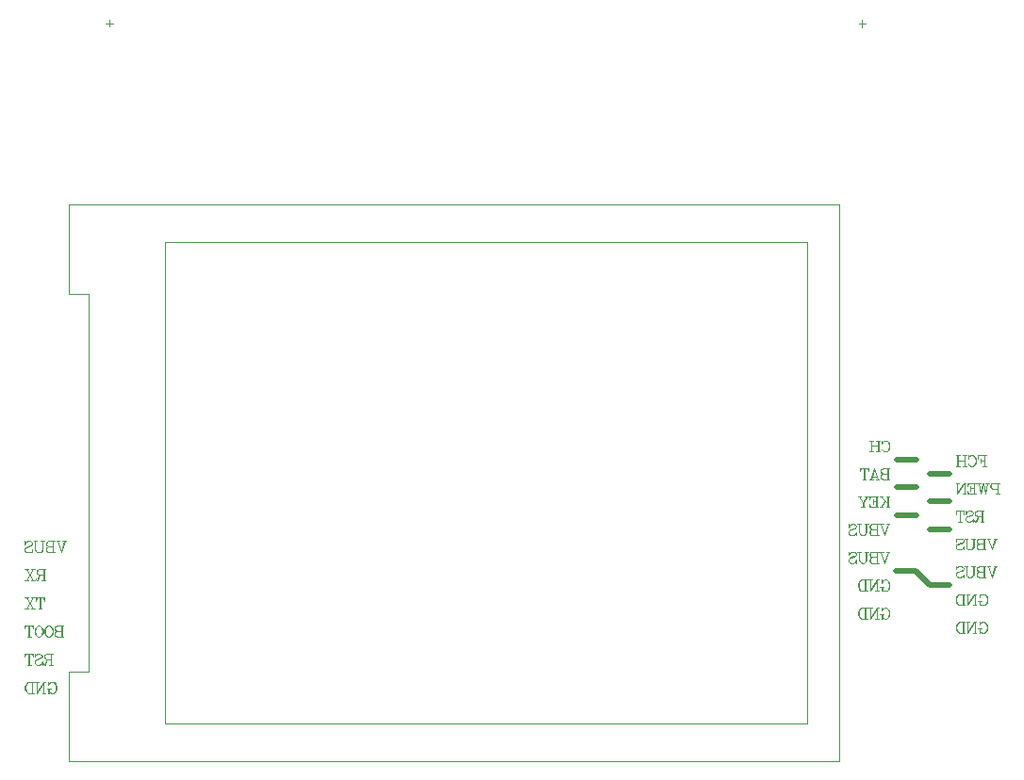
<source format=gbo>
G04*
G04 #@! TF.GenerationSoftware,Altium Limited,Altium Designer,24.5.2 (23)*
G04*
G04 Layer_Color=32896*
%FSLAX44Y44*%
%MOMM*%
G71*
G04*
G04 #@! TF.SameCoordinates,EBE0DA84-5026-4A79-9117-03B61D32DCC8*
G04*
G04*
G04 #@! TF.FilePolarity,Positive*
G04*
G01*
G75*
%ADD23C,0.5000*%
%ADD78C,0.1000*%
D23*
X965382Y368157D02*
X983555D01*
X965382Y318157D02*
X983555D01*
X952682Y330857D02*
X965382Y318157D01*
X935295Y330857D02*
X952682D01*
X965382Y393157D02*
X983555D01*
X965382Y418157D02*
X983555D01*
X935695Y430657D02*
X953868D01*
X935695Y405657D02*
X953868D01*
X935695Y380657D02*
X953868D01*
D78*
X210465Y267411D02*
Y302417D01*
X210441Y267411D02*
X210465D01*
X192442Y579908D02*
X210465D01*
Y540916D02*
Y579908D01*
X192442Y159908D02*
Y239908D01*
Y579908D02*
Y659908D01*
X279442Y625908D02*
X855442D01*
X192442Y659908D02*
X884442D01*
X855442Y193908D02*
Y625908D01*
X884442Y159908D02*
Y659908D01*
X279442Y193908D02*
X855442D01*
X192442Y159908D02*
X884442D01*
X210465Y302417D02*
Y540916D01*
X279442Y193908D02*
Y625908D01*
X210441Y239908D02*
Y267411D01*
X192442Y239908D02*
X210441D01*
X923050Y446487D02*
X922574Y445058D01*
Y447915D01*
X923050Y446487D01*
X924002Y447439D01*
X925430Y447915D01*
X926383D01*
X927811Y447439D01*
X928763Y446487D01*
X929239Y445534D01*
X929715Y444106D01*
Y441726D01*
X929239Y440297D01*
X928763Y439345D01*
X927811Y438393D01*
X926383Y437917D01*
X925430D01*
X924002Y438393D01*
X923050Y439345D01*
X922574Y440297D01*
X926383Y447915D02*
X927335Y447439D01*
X928287Y446487D01*
X928763Y445534D01*
X929239Y444106D01*
Y441726D01*
X928763Y440297D01*
X928287Y439345D01*
X927335Y438393D01*
X926383Y437917D01*
X919717Y447915D02*
Y437917D01*
X919241Y447915D02*
Y437917D01*
X913528Y447915D02*
Y437917D01*
X913052Y447915D02*
Y437917D01*
X921145Y447915D02*
X917813D01*
X914956D02*
X911624D01*
X919241Y443154D02*
X913528D01*
X921145Y437917D02*
X917813D01*
X914956D02*
X911624D01*
X1014894Y434665D02*
Y424667D01*
X1014418Y434665D02*
Y424667D01*
X1011562Y431808D02*
Y427999D01*
X1016322Y434665D02*
X1008705D01*
Y431808D01*
X1009181Y434665D01*
X1014418Y429904D02*
X1011562D01*
X1016322Y424667D02*
X1012990D01*
X1000659Y433237D02*
X1000183Y431808D01*
Y434665D01*
X1000659Y433237D01*
X1001611Y434189D01*
X1003040Y434665D01*
X1003992D01*
X1005420Y434189D01*
X1006372Y433237D01*
X1006848Y432284D01*
X1007324Y430856D01*
Y428476D01*
X1006848Y427047D01*
X1006372Y426095D01*
X1005420Y425143D01*
X1003992Y424667D01*
X1003040D01*
X1001611Y425143D01*
X1000659Y426095D01*
X1000183Y427047D01*
X1003992Y434665D02*
X1004944Y434189D01*
X1005896Y433237D01*
X1006372Y432284D01*
X1006848Y430856D01*
Y428476D01*
X1006372Y427047D01*
X1005896Y426095D01*
X1004944Y425143D01*
X1003992Y424667D01*
X997327Y434665D02*
Y424667D01*
X996850Y434665D02*
Y424667D01*
X991137Y434665D02*
Y424667D01*
X990661Y434665D02*
Y424667D01*
X998755Y434665D02*
X995422D01*
X992566D02*
X989233D01*
X996850Y429904D02*
X991137D01*
X998755Y424667D02*
X995422D01*
X992566D02*
X989233D01*
X928287Y422873D02*
Y412875D01*
X927811Y422873D02*
Y412875D01*
X929715Y422873D02*
X924002D01*
X922574Y422397D01*
X922098Y421921D01*
X921622Y420969D01*
Y420017D01*
X922098Y419064D01*
X922574Y418588D01*
X924002Y418112D01*
Y422873D02*
X923050Y422397D01*
X922574Y421921D01*
X922098Y420969D01*
Y420017D01*
X922574Y419064D01*
X923050Y418588D01*
X924002Y418112D01*
X927811D02*
X924002D01*
X922574Y417636D01*
X922098Y417160D01*
X921622Y416208D01*
Y414780D01*
X922098Y413827D01*
X922574Y413351D01*
X924002Y412875D01*
X929715D01*
X924002Y418112D02*
X923050Y417636D01*
X922574Y417160D01*
X922098Y416208D01*
Y414780D01*
X922574Y413827D01*
X923050Y413351D01*
X924002Y412875D01*
X916004Y422873D02*
X919336Y412875D01*
X916004Y422873D02*
X912671Y412875D01*
X916004Y421445D02*
X913147Y412875D01*
X918384Y415732D02*
X914099D01*
X920289Y412875D02*
X917432D01*
X914576D02*
X911719D01*
X907101Y422873D02*
Y412875D01*
X906625Y422873D02*
Y412875D01*
X909957Y422873D02*
X910434Y420017D01*
Y422873D01*
X903292D01*
Y420017D01*
X903768Y422873D01*
X908529Y412875D02*
X905197D01*
X1026844Y409706D02*
Y399709D01*
X1026368Y409706D02*
Y399709D01*
X1028272Y409706D02*
X1022559D01*
X1021131Y409230D01*
X1020655Y408754D01*
X1020179Y407802D01*
Y406374D01*
X1020655Y405422D01*
X1021131Y404945D01*
X1022559Y404469D01*
X1026368D01*
X1022559Y409706D02*
X1021607Y409230D01*
X1021131Y408754D01*
X1020655Y407802D01*
Y406374D01*
X1021131Y405422D01*
X1021607Y404945D01*
X1022559Y404469D01*
X1028272Y399709D02*
X1024940D01*
X1017418Y409706D02*
X1015513Y399709D01*
X1016941Y409706D02*
X1015513Y402089D01*
X1013609Y409706D02*
X1015513Y399709D01*
X1013609Y409706D02*
X1011704Y399709D01*
X1013133Y409706D02*
X1011704Y402089D01*
X1009800Y409706D02*
X1011704Y399709D01*
X1018846Y409706D02*
X1015513D01*
X1011228D02*
X1008372D01*
X1005848D02*
Y399709D01*
X1005372Y409706D02*
Y399709D01*
X1002516Y406850D02*
Y403041D01*
X1007277Y409706D02*
X999659D01*
Y406850D01*
X1000135Y409706D01*
X1005372Y404945D02*
X1002516D01*
X1007277Y399709D02*
X999659D01*
Y402565D01*
X1000135Y399709D01*
X996850Y409706D02*
Y399709D01*
X996374Y409706D02*
X990661Y400661D01*
X996374Y408754D02*
X990661Y399709D01*
Y409706D02*
Y399709D01*
X998279Y409706D02*
X996374D01*
X992090D02*
X989233D01*
X998279Y399709D02*
X995422D01*
X928287Y397831D02*
Y387834D01*
X927811Y397831D02*
Y387834D01*
X921622Y397831D02*
X927811Y391642D01*
X925430Y393547D02*
X921622Y387834D01*
X925906Y393547D02*
X922098Y387834D01*
X929715Y397831D02*
X926383D01*
X923526D02*
X920669D01*
X929715Y387834D02*
X926383D01*
X923526D02*
X920669D01*
X918003Y397831D02*
Y387834D01*
X917527Y397831D02*
Y387834D01*
X914671Y394975D02*
Y391166D01*
X919432Y397831D02*
X911814D01*
Y394975D01*
X912290Y397831D01*
X917527Y393071D02*
X914671D01*
X919432Y387834D02*
X911814D01*
Y390690D01*
X912290Y387834D01*
X909481Y397831D02*
X906149Y392594D01*
Y387834D01*
X909005Y397831D02*
X905673Y392594D01*
Y387834D01*
X902340Y397831D02*
X905673Y392594D01*
X910434Y397831D02*
X907577D01*
X904244D02*
X901388D01*
X907577Y387834D02*
X904244D01*
X1012942Y384748D02*
Y374750D01*
X1012466Y384748D02*
Y374750D01*
X1014370Y384748D02*
X1008657D01*
X1007229Y384272D01*
X1006753Y383796D01*
X1006277Y382844D01*
Y381892D01*
X1006753Y380939D01*
X1007229Y380463D01*
X1008657Y379987D01*
X1012466D01*
X1008657Y384748D02*
X1007705Y384272D01*
X1007229Y383796D01*
X1006753Y382844D01*
Y381892D01*
X1007229Y380939D01*
X1007705Y380463D01*
X1008657Y379987D01*
X1014370Y374750D02*
X1011038D01*
X1010086Y379987D02*
X1009134Y379511D01*
X1008657Y379035D01*
X1007229Y375702D01*
X1006753Y375226D01*
X1006277D01*
X1005801Y375702D01*
X1009134Y379511D02*
X1008657Y378559D01*
X1007705Y375226D01*
X1007229Y374750D01*
X1006277D01*
X1005801Y375702D01*
Y376179D01*
X998326Y383320D02*
X997850Y384748D01*
Y381892D01*
X998326Y383320D01*
X999278Y384272D01*
X1000707Y384748D01*
X1002135D01*
X1003563Y384272D01*
X1004516Y383320D01*
Y382368D01*
X1004039Y381415D01*
X1003563Y380939D01*
X1002611Y380463D01*
X999755Y379511D01*
X998802Y379035D01*
X997850Y378083D01*
X1004516Y382368D02*
X1003563Y381415D01*
X1002611Y380939D01*
X999755Y379987D01*
X998802Y379511D01*
X998326Y379035D01*
X997850Y378083D01*
Y376179D01*
X998802Y375226D01*
X1000231Y374750D01*
X1001659D01*
X1003087Y375226D01*
X1004039Y376179D01*
X1004516Y377607D01*
Y374750D01*
X1004039Y376179D01*
X993042Y384748D02*
Y374750D01*
X992566Y384748D02*
Y374750D01*
X995898Y384748D02*
X996374Y381892D01*
Y384748D01*
X989233D01*
Y381892D01*
X989709Y384748D01*
X994470Y374750D02*
X991137D01*
X928763Y372790D02*
X925430Y362792D01*
X928287Y372790D02*
X925430Y364220D01*
X922098Y372790D02*
X925430Y362792D01*
X929715Y372790D02*
X926859D01*
X924002D02*
X921145D01*
X918432D02*
Y362792D01*
X917956Y372790D02*
Y362792D01*
X919860Y372790D02*
X914147D01*
X912719Y372314D01*
X912243Y371838D01*
X911767Y370885D01*
Y369933D01*
X912243Y368981D01*
X912719Y368505D01*
X914147Y368029D01*
Y372790D02*
X913195Y372314D01*
X912719Y371838D01*
X912243Y370885D01*
Y369933D01*
X912719Y368981D01*
X913195Y368505D01*
X914147Y368029D01*
X917956D02*
X914147D01*
X912719Y367553D01*
X912243Y367077D01*
X911767Y366125D01*
Y364696D01*
X912243Y363744D01*
X912719Y363268D01*
X914147Y362792D01*
X919860D01*
X914147Y368029D02*
X913195Y367553D01*
X912719Y367077D01*
X912243Y366125D01*
Y364696D01*
X912719Y363744D01*
X913195Y363268D01*
X914147Y362792D01*
X909005Y372790D02*
Y365648D01*
X908529Y364220D01*
X907577Y363268D01*
X906149Y362792D01*
X905197D01*
X903768Y363268D01*
X902816Y364220D01*
X902340Y365648D01*
Y372790D01*
X908529D02*
Y365648D01*
X908053Y364220D01*
X907101Y363268D01*
X906149Y362792D01*
X910434Y372790D02*
X907101D01*
X903768D02*
X900912D01*
X893532Y371362D02*
X893056Y372790D01*
Y369933D01*
X893532Y371362D01*
X894484Y372314D01*
X895913Y372790D01*
X897341D01*
X898769Y372314D01*
X899722Y371362D01*
Y370409D01*
X899245Y369457D01*
X898769Y368981D01*
X897817Y368505D01*
X894961Y367553D01*
X894008Y367077D01*
X893056Y366125D01*
X899722Y370409D02*
X898769Y369457D01*
X897817Y368981D01*
X894961Y368029D01*
X894008Y367553D01*
X893532Y367077D01*
X893056Y366125D01*
Y364220D01*
X894008Y363268D01*
X895437Y362792D01*
X896865D01*
X898293Y363268D01*
X899245Y364220D01*
X899722Y365648D01*
Y362792D01*
X899245Y364220D01*
X928763Y347748D02*
X925430Y337750D01*
X928287Y347748D02*
X925430Y339179D01*
X922098Y347748D02*
X925430Y337750D01*
X929715Y347748D02*
X926859D01*
X924002D02*
X921145D01*
X918432D02*
Y337750D01*
X917956Y347748D02*
Y337750D01*
X919860Y347748D02*
X914147D01*
X912719Y347272D01*
X912243Y346796D01*
X911767Y345844D01*
Y344892D01*
X912243Y343939D01*
X912719Y343463D01*
X914147Y342987D01*
Y347748D02*
X913195Y347272D01*
X912719Y346796D01*
X912243Y345844D01*
Y344892D01*
X912719Y343939D01*
X913195Y343463D01*
X914147Y342987D01*
X917956D02*
X914147D01*
X912719Y342511D01*
X912243Y342035D01*
X911767Y341083D01*
Y339655D01*
X912243Y338702D01*
X912719Y338226D01*
X914147Y337750D01*
X919860D01*
X914147Y342987D02*
X913195Y342511D01*
X912719Y342035D01*
X912243Y341083D01*
Y339655D01*
X912719Y338702D01*
X913195Y338226D01*
X914147Y337750D01*
X909005Y347748D02*
Y340607D01*
X908529Y339179D01*
X907577Y338226D01*
X906149Y337750D01*
X905197D01*
X903768Y338226D01*
X902816Y339179D01*
X902340Y340607D01*
Y347748D01*
X908529D02*
Y340607D01*
X908053Y339179D01*
X907101Y338226D01*
X906149Y337750D01*
X910434Y347748D02*
X907101D01*
X903768D02*
X900912D01*
X893532Y346320D02*
X893056Y347748D01*
Y344892D01*
X893532Y346320D01*
X894484Y347272D01*
X895913Y347748D01*
X897341D01*
X898769Y347272D01*
X899722Y346320D01*
Y345368D01*
X899245Y344416D01*
X898769Y343939D01*
X897817Y343463D01*
X894961Y342511D01*
X894008Y342035D01*
X893056Y341083D01*
X899722Y345368D02*
X898769Y344416D01*
X897817Y343939D01*
X894961Y342987D01*
X894008Y342511D01*
X893532Y342035D01*
X893056Y341083D01*
Y339179D01*
X894008Y338226D01*
X895437Y337750D01*
X896865D01*
X898293Y338226D01*
X899245Y339179D01*
X899722Y340607D01*
Y337750D01*
X899245Y339179D01*
X1024940Y359790D02*
X1021607Y349792D01*
X1024464Y359790D02*
X1021607Y351220D01*
X1018274Y359790D02*
X1021607Y349792D01*
X1025892Y359790D02*
X1023035D01*
X1020179D02*
X1017322D01*
X1014609D02*
Y349792D01*
X1014132Y359790D02*
Y349792D01*
X1016037Y359790D02*
X1010324D01*
X1008895Y359314D01*
X1008419Y358838D01*
X1007943Y357885D01*
Y356933D01*
X1008419Y355981D01*
X1008895Y355505D01*
X1010324Y355029D01*
Y359790D02*
X1009372Y359314D01*
X1008895Y358838D01*
X1008419Y357885D01*
Y356933D01*
X1008895Y355981D01*
X1009372Y355505D01*
X1010324Y355029D01*
X1014132D02*
X1010324D01*
X1008895Y354553D01*
X1008419Y354077D01*
X1007943Y353125D01*
Y351696D01*
X1008419Y350744D01*
X1008895Y350268D01*
X1010324Y349792D01*
X1016037D01*
X1010324Y355029D02*
X1009372Y354553D01*
X1008895Y354077D01*
X1008419Y353125D01*
Y351696D01*
X1008895Y350744D01*
X1009372Y350268D01*
X1010324Y349792D01*
X1005182Y359790D02*
Y352649D01*
X1004706Y351220D01*
X1003754Y350268D01*
X1002326Y349792D01*
X1001373D01*
X999945Y350268D01*
X998993Y351220D01*
X998517Y352649D01*
Y359790D01*
X1004706D02*
Y352649D01*
X1004230Y351220D01*
X1003278Y350268D01*
X1002326Y349792D01*
X1006610Y359790D02*
X1003278D01*
X999945D02*
X997088D01*
X989709Y358362D02*
X989233Y359790D01*
Y356933D01*
X989709Y358362D01*
X990661Y359314D01*
X992090Y359790D01*
X993518D01*
X994946Y359314D01*
X995898Y358362D01*
Y357409D01*
X995422Y356457D01*
X994946Y355981D01*
X993994Y355505D01*
X991137Y354553D01*
X990185Y354077D01*
X989233Y353125D01*
X995898Y357409D02*
X994946Y356457D01*
X993994Y355981D01*
X991137Y355029D01*
X990185Y354553D01*
X989709Y354077D01*
X989233Y353125D01*
Y351220D01*
X990185Y350268D01*
X991613Y349792D01*
X993042D01*
X994470Y350268D01*
X995422Y351220D01*
X995898Y352649D01*
Y349792D01*
X995422Y351220D01*
X1024940Y334832D02*
X1021607Y324834D01*
X1024464Y334832D02*
X1021607Y326262D01*
X1018274Y334832D02*
X1021607Y324834D01*
X1025892Y334832D02*
X1023035D01*
X1020179D02*
X1017322D01*
X1014609D02*
Y324834D01*
X1014132Y334832D02*
Y324834D01*
X1016037Y334832D02*
X1010324D01*
X1008895Y334355D01*
X1008419Y333879D01*
X1007943Y332927D01*
Y331975D01*
X1008419Y331023D01*
X1008895Y330547D01*
X1010324Y330071D01*
Y334832D02*
X1009372Y334355D01*
X1008895Y333879D01*
X1008419Y332927D01*
Y331975D01*
X1008895Y331023D01*
X1009372Y330547D01*
X1010324Y330071D01*
X1014132D02*
X1010324D01*
X1008895Y329594D01*
X1008419Y329118D01*
X1007943Y328166D01*
Y326738D01*
X1008419Y325786D01*
X1008895Y325310D01*
X1010324Y324834D01*
X1016037D01*
X1010324Y330071D02*
X1009372Y329594D01*
X1008895Y329118D01*
X1008419Y328166D01*
Y326738D01*
X1008895Y325786D01*
X1009372Y325310D01*
X1010324Y324834D01*
X1005182Y334832D02*
Y327690D01*
X1004706Y326262D01*
X1003754Y325310D01*
X1002326Y324834D01*
X1001373D01*
X999945Y325310D01*
X998993Y326262D01*
X998517Y327690D01*
Y334832D01*
X1004706D02*
Y327690D01*
X1004230Y326262D01*
X1003278Y325310D01*
X1002326Y324834D01*
X1006610Y334832D02*
X1003278D01*
X999945D02*
X997088D01*
X989709Y333403D02*
X989233Y334832D01*
Y331975D01*
X989709Y333403D01*
X990661Y334355D01*
X992090Y334832D01*
X993518D01*
X994946Y334355D01*
X995898Y333403D01*
Y332451D01*
X995422Y331499D01*
X994946Y331023D01*
X993994Y330547D01*
X991137Y329594D01*
X990185Y329118D01*
X989233Y328166D01*
X995898Y332451D02*
X994946Y331499D01*
X993994Y331023D01*
X991137Y330071D01*
X990185Y329594D01*
X989709Y329118D01*
X989233Y328166D01*
Y326262D01*
X990185Y325310D01*
X991613Y324834D01*
X993042D01*
X994470Y325310D01*
X995422Y326262D01*
X995898Y327690D01*
Y324834D01*
X995422Y326262D01*
X923050Y321278D02*
X922574Y319850D01*
Y322706D01*
X923050Y321278D01*
X924002Y322230D01*
X925430Y322706D01*
X926383D01*
X927811Y322230D01*
X928763Y321278D01*
X929239Y320326D01*
X929715Y318898D01*
Y316517D01*
X929239Y315089D01*
X928763Y314137D01*
X927811Y313185D01*
X926383Y312709D01*
X925430D01*
X924002Y313185D01*
X923050Y314137D01*
X926383Y322706D02*
X927335Y322230D01*
X928287Y321278D01*
X928763Y320326D01*
X929239Y318898D01*
Y316517D01*
X928763Y315089D01*
X928287Y314137D01*
X927335Y313185D01*
X926383Y312709D01*
X923050Y316517D02*
Y312709D01*
X922574Y316517D02*
Y312709D01*
X924478Y316517D02*
X921145D01*
X918432Y322706D02*
Y312709D01*
X917956Y322706D02*
X912243Y313661D01*
X917956Y321754D02*
X912243Y312709D01*
Y322706D02*
Y312709D01*
X919860Y322706D02*
X917956D01*
X913671D02*
X910814D01*
X919860Y312709D02*
X917003D01*
X908148Y322706D02*
Y312709D01*
X907672Y322706D02*
Y312709D01*
X909576Y322706D02*
X904816D01*
X903387Y322230D01*
X902435Y321278D01*
X901959Y320326D01*
X901483Y318898D01*
Y316517D01*
X901959Y315089D01*
X902435Y314137D01*
X903387Y313185D01*
X904816Y312709D01*
X909576D01*
X904816Y322706D02*
X903864Y322230D01*
X902911Y321278D01*
X902435Y320326D01*
X901959Y318898D01*
Y316517D01*
X902435Y315089D01*
X902911Y314137D01*
X903864Y313185D01*
X904816Y312709D01*
X923050Y296237D02*
X922574Y294808D01*
Y297665D01*
X923050Y296237D01*
X924002Y297189D01*
X925430Y297665D01*
X926383D01*
X927811Y297189D01*
X928763Y296237D01*
X929239Y295284D01*
X929715Y293856D01*
Y291476D01*
X929239Y290047D01*
X928763Y289095D01*
X927811Y288143D01*
X926383Y287667D01*
X925430D01*
X924002Y288143D01*
X923050Y289095D01*
X926383Y297665D02*
X927335Y297189D01*
X928287Y296237D01*
X928763Y295284D01*
X929239Y293856D01*
Y291476D01*
X928763Y290047D01*
X928287Y289095D01*
X927335Y288143D01*
X926383Y287667D01*
X923050Y291476D02*
Y287667D01*
X922574Y291476D02*
Y287667D01*
X924478Y291476D02*
X921145D01*
X918432Y297665D02*
Y287667D01*
X917956Y297665D02*
X912243Y288619D01*
X917956Y296713D02*
X912243Y287667D01*
Y297665D02*
Y287667D01*
X919860Y297665D02*
X917956D01*
X913671D02*
X910814D01*
X919860Y287667D02*
X917003D01*
X908148Y297665D02*
Y287667D01*
X907672Y297665D02*
Y287667D01*
X909576Y297665D02*
X904816D01*
X903387Y297189D01*
X902435Y296237D01*
X901959Y295284D01*
X901483Y293856D01*
Y291476D01*
X901959Y290047D01*
X902435Y289095D01*
X903387Y288143D01*
X904816Y287667D01*
X909576D01*
X904816Y297665D02*
X903864Y297189D01*
X902911Y296237D01*
X902435Y295284D01*
X901959Y293856D01*
Y291476D01*
X902435Y290047D01*
X902911Y289095D01*
X903864Y288143D01*
X904816Y287667D01*
X1010800Y308445D02*
X1010324Y307017D01*
Y309873D01*
X1010800Y308445D01*
X1011752Y309397D01*
X1013180Y309873D01*
X1014133D01*
X1015561Y309397D01*
X1016513Y308445D01*
X1016989Y307493D01*
X1017465Y306064D01*
Y303684D01*
X1016989Y302256D01*
X1016513Y301304D01*
X1015561Y300351D01*
X1014133Y299875D01*
X1013180D01*
X1011752Y300351D01*
X1010800Y301304D01*
X1014133Y309873D02*
X1015085Y309397D01*
X1016037Y308445D01*
X1016513Y307493D01*
X1016989Y306064D01*
Y303684D01*
X1016513Y302256D01*
X1016037Y301304D01*
X1015085Y300351D01*
X1014133Y299875D01*
X1010800Y303684D02*
Y299875D01*
X1010324Y303684D02*
Y299875D01*
X1012228Y303684D02*
X1008895D01*
X1006182Y309873D02*
Y299875D01*
X1005706Y309873D02*
X999993Y300828D01*
X1005706Y308921D02*
X999993Y299875D01*
Y309873D02*
Y299875D01*
X1007610Y309873D02*
X1005706D01*
X1001421D02*
X998564D01*
X1007610Y299875D02*
X1004753D01*
X995898Y309873D02*
Y299875D01*
X995422Y309873D02*
Y299875D01*
X997327Y309873D02*
X992566D01*
X991137Y309397D01*
X990185Y308445D01*
X989709Y307493D01*
X989233Y306064D01*
Y303684D01*
X989709Y302256D01*
X990185Y301304D01*
X991137Y300351D01*
X992566Y299875D01*
X997327D01*
X992566Y309873D02*
X991613Y309397D01*
X990661Y308445D01*
X990185Y307493D01*
X989709Y306064D01*
Y303684D01*
X990185Y302256D01*
X990661Y301304D01*
X991613Y300351D01*
X992566Y299875D01*
X1010800Y283487D02*
X1010324Y282058D01*
Y284915D01*
X1010800Y283487D01*
X1011752Y284439D01*
X1013180Y284915D01*
X1014133D01*
X1015561Y284439D01*
X1016513Y283487D01*
X1016989Y282534D01*
X1017465Y281106D01*
Y278726D01*
X1016989Y277297D01*
X1016513Y276345D01*
X1015561Y275393D01*
X1014133Y274917D01*
X1013180D01*
X1011752Y275393D01*
X1010800Y276345D01*
X1014133Y284915D02*
X1015085Y284439D01*
X1016037Y283487D01*
X1016513Y282534D01*
X1016989Y281106D01*
Y278726D01*
X1016513Y277297D01*
X1016037Y276345D01*
X1015085Y275393D01*
X1014133Y274917D01*
X1010800Y278726D02*
Y274917D01*
X1010324Y278726D02*
Y274917D01*
X1012228Y278726D02*
X1008895D01*
X1006182Y284915D02*
Y274917D01*
X1005706Y284915D02*
X999993Y275869D01*
X1005706Y283963D02*
X999993Y274917D01*
Y284915D02*
Y274917D01*
X1007610Y284915D02*
X1005706D01*
X1001421D02*
X998564D01*
X1007610Y274917D02*
X1004753D01*
X995898Y284915D02*
Y274917D01*
X995422Y284915D02*
Y274917D01*
X997327Y284915D02*
X992566D01*
X991137Y284439D01*
X990185Y283487D01*
X989709Y282534D01*
X989233Y281106D01*
Y278726D01*
X989709Y277297D01*
X990185Y276345D01*
X991137Y275393D01*
X992566Y274917D01*
X997327D01*
X992566Y284915D02*
X991613Y284439D01*
X990661Y283487D01*
X990185Y282534D01*
X989709Y281106D01*
Y278726D01*
X990185Y277297D01*
X990661Y276345D01*
X991613Y275393D01*
X992566Y274917D01*
X189013Y357415D02*
X185680Y347417D01*
X188537Y357415D02*
X185680Y348845D01*
X182348Y357415D02*
X185680Y347417D01*
X189965Y357415D02*
X187109D01*
X184252D02*
X181395D01*
X178682D02*
Y347417D01*
X178206Y357415D02*
Y347417D01*
X180110Y357415D02*
X174397D01*
X172969Y356939D01*
X172493Y356463D01*
X172017Y355510D01*
Y354558D01*
X172493Y353606D01*
X172969Y353130D01*
X174397Y352654D01*
Y357415D02*
X173445Y356939D01*
X172969Y356463D01*
X172493Y355510D01*
Y354558D01*
X172969Y353606D01*
X173445Y353130D01*
X174397Y352654D01*
X178206D02*
X174397D01*
X172969Y352178D01*
X172493Y351702D01*
X172017Y350750D01*
Y349321D01*
X172493Y348369D01*
X172969Y347893D01*
X174397Y347417D01*
X180110D01*
X174397Y352654D02*
X173445Y352178D01*
X172969Y351702D01*
X172493Y350750D01*
Y349321D01*
X172969Y348369D01*
X173445Y347893D01*
X174397Y347417D01*
X169255Y357415D02*
Y350274D01*
X168779Y348845D01*
X167827Y347893D01*
X166399Y347417D01*
X165446D01*
X164018Y347893D01*
X163066Y348845D01*
X162590Y350274D01*
Y357415D01*
X168779D02*
Y350274D01*
X168303Y348845D01*
X167351Y347893D01*
X166399Y347417D01*
X170683Y357415D02*
X167351D01*
X164018D02*
X161162D01*
X153782Y355987D02*
X153306Y357415D01*
Y354558D01*
X153782Y355987D01*
X154734Y356939D01*
X156163Y357415D01*
X157591D01*
X159019Y356939D01*
X159972Y355987D01*
Y355034D01*
X159495Y354082D01*
X159019Y353606D01*
X158067Y353130D01*
X155211Y352178D01*
X154258Y351702D01*
X153306Y350750D01*
X159972Y355034D02*
X159019Y354082D01*
X158067Y353606D01*
X155211Y352654D01*
X154258Y352178D01*
X153782Y351702D01*
X153306Y350750D01*
Y348845D01*
X154258Y347893D01*
X155687Y347417D01*
X157115D01*
X158543Y347893D01*
X159495Y348845D01*
X159972Y350274D01*
Y347417D01*
X159495Y348845D01*
X170303Y332115D02*
Y322117D01*
X169827Y332115D02*
Y322117D01*
X171731Y332115D02*
X166018D01*
X164590Y331639D01*
X164114Y331163D01*
X163637Y330210D01*
Y329258D01*
X164114Y328306D01*
X164590Y327830D01*
X166018Y327354D01*
X169827D01*
X166018Y332115D02*
X165066Y331639D01*
X164590Y331163D01*
X164114Y330210D01*
Y329258D01*
X164590Y328306D01*
X165066Y327830D01*
X166018Y327354D01*
X171731Y322117D02*
X168398D01*
X167446Y327354D02*
X166494Y326878D01*
X166018Y326402D01*
X164590Y323069D01*
X164114Y322593D01*
X163637D01*
X163161Y323069D01*
X166494Y326878D02*
X166018Y325926D01*
X165066Y322593D01*
X164590Y322117D01*
X163637D01*
X163161Y323069D01*
Y323545D01*
X160924Y332115D02*
X154734Y322117D01*
X160448Y332115D02*
X154258Y322117D01*
Y332115D02*
X160924Y322117D01*
X161876Y332115D02*
X159019D01*
X156163D02*
X153306D01*
X161876Y322117D02*
X159019D01*
X156163D02*
X153306D01*
X167113Y306815D02*
Y296817D01*
X166637Y306815D02*
Y296817D01*
X169969Y306815D02*
X170445Y303958D01*
Y306815D01*
X163304D01*
Y303958D01*
X163780Y306815D01*
X168541Y296817D02*
X165208D01*
X160924Y306815D02*
X154734Y296817D01*
X160448Y306815D02*
X154258Y296817D01*
Y306815D02*
X160924Y296817D01*
X161876Y306815D02*
X159019D01*
X156163D02*
X153306D01*
X161876Y296817D02*
X159019D01*
X156163D02*
X153306D01*
X177015Y256215D02*
Y246217D01*
X176539Y256215D02*
Y246217D01*
X178444Y256215D02*
X172731D01*
X171302Y255739D01*
X170826Y255263D01*
X170350Y254310D01*
Y253358D01*
X170826Y252406D01*
X171302Y251930D01*
X172731Y251454D01*
X176539D01*
X172731Y256215D02*
X171779Y255739D01*
X171302Y255263D01*
X170826Y254310D01*
Y253358D01*
X171302Y252406D01*
X171779Y251930D01*
X172731Y251454D01*
X178444Y246217D02*
X175111D01*
X174159Y251454D02*
X173207Y250978D01*
X172731Y250502D01*
X171302Y247169D01*
X170826Y246693D01*
X170350D01*
X169874Y247169D01*
X173207Y250978D02*
X172731Y250026D01*
X171779Y246693D01*
X171302Y246217D01*
X170350D01*
X169874Y247169D01*
Y247645D01*
X162400Y254787D02*
X161924Y256215D01*
Y253358D01*
X162400Y254787D01*
X163352Y255739D01*
X164780Y256215D01*
X166208D01*
X167637Y255739D01*
X168589Y254787D01*
Y253834D01*
X168113Y252882D01*
X167637Y252406D01*
X166684Y251930D01*
X163828Y250978D01*
X162876Y250502D01*
X161924Y249550D01*
X168589Y253834D02*
X167637Y252882D01*
X166684Y252406D01*
X163828Y251454D01*
X162876Y250978D01*
X162400Y250502D01*
X161924Y249550D01*
Y247645D01*
X162876Y246693D01*
X164304Y246217D01*
X165732D01*
X167160Y246693D01*
X168113Y247645D01*
X168589Y249074D01*
Y246217D01*
X168113Y247645D01*
X157115Y256215D02*
Y246217D01*
X156639Y256215D02*
Y246217D01*
X159972Y256215D02*
X160448Y253358D01*
Y256215D01*
X153306D01*
Y253358D01*
X153782Y256215D01*
X158543Y246217D02*
X155211D01*
X186442Y281515D02*
Y271517D01*
X185966Y281515D02*
Y271517D01*
X187870Y281515D02*
X182157D01*
X180729Y281039D01*
X180253Y280563D01*
X179777Y279611D01*
Y278658D01*
X180253Y277706D01*
X180729Y277230D01*
X182157Y276754D01*
Y281515D02*
X181205Y281039D01*
X180729Y280563D01*
X180253Y279611D01*
Y278658D01*
X180729Y277706D01*
X181205Y277230D01*
X182157Y276754D01*
X185966D02*
X182157D01*
X180729Y276278D01*
X180253Y275802D01*
X179777Y274850D01*
Y273421D01*
X180253Y272469D01*
X180729Y271993D01*
X182157Y271517D01*
X187870D01*
X182157Y276754D02*
X181205Y276278D01*
X180729Y275802D01*
X180253Y274850D01*
Y273421D01*
X180729Y272469D01*
X181205Y271993D01*
X182157Y271517D01*
X175111Y281515D02*
X176539Y281039D01*
X177492Y280087D01*
X177968Y279134D01*
X178444Y277230D01*
Y275802D01*
X177968Y273897D01*
X177492Y272945D01*
X176539Y271993D01*
X175111Y271517D01*
X174159D01*
X172731Y271993D01*
X171779Y272945D01*
X171302Y273897D01*
X170826Y275802D01*
Y277230D01*
X171302Y279134D01*
X171779Y280087D01*
X172731Y281039D01*
X174159Y281515D01*
X175111D01*
X176063Y281039D01*
X177015Y280087D01*
X177492Y279134D01*
X177968Y277230D01*
Y275802D01*
X177492Y273897D01*
X177015Y272945D01*
X176063Y271993D01*
X175111Y271517D01*
X174159D02*
X173207Y271993D01*
X172255Y272945D01*
X171779Y273897D01*
X171302Y275802D01*
Y277230D01*
X171779Y279134D01*
X172255Y280087D01*
X173207Y281039D01*
X174159Y281515D01*
X166113D02*
X167541Y281039D01*
X168493Y280087D01*
X168970Y279134D01*
X169446Y277230D01*
Y275802D01*
X168970Y273897D01*
X168493Y272945D01*
X167541Y271993D01*
X166113Y271517D01*
X165161D01*
X163733Y271993D01*
X162780Y272945D01*
X162304Y273897D01*
X161828Y275802D01*
Y277230D01*
X162304Y279134D01*
X162780Y280087D01*
X163733Y281039D01*
X165161Y281515D01*
X166113D01*
X167065Y281039D01*
X168017Y280087D01*
X168493Y279134D01*
X168970Y277230D01*
Y275802D01*
X168493Y273897D01*
X168017Y272945D01*
X167065Y271993D01*
X166113Y271517D01*
X165161D02*
X164209Y271993D01*
X163256Y272945D01*
X162780Y273897D01*
X162304Y275802D01*
Y277230D01*
X162780Y279134D01*
X163256Y280087D01*
X164209Y281039D01*
X165161Y281515D01*
X157115D02*
Y271517D01*
X156639Y281515D02*
Y271517D01*
X159972Y281515D02*
X160448Y278658D01*
Y281515D01*
X153306D01*
Y278658D01*
X153782Y281515D01*
X158543Y271517D02*
X155211D01*
X174873Y229487D02*
X174397Y228058D01*
Y230915D01*
X174873Y229487D01*
X175825Y230439D01*
X177253Y230915D01*
X178206D01*
X179634Y230439D01*
X180586Y229487D01*
X181062Y228534D01*
X181538Y227106D01*
Y224726D01*
X181062Y223297D01*
X180586Y222345D01*
X179634Y221393D01*
X178206Y220917D01*
X177253D01*
X175825Y221393D01*
X174873Y222345D01*
X178206Y230915D02*
X179158Y230439D01*
X180110Y229487D01*
X180586Y228534D01*
X181062Y227106D01*
Y224726D01*
X180586Y223297D01*
X180110Y222345D01*
X179158Y221393D01*
X178206Y220917D01*
X174873Y224726D02*
Y220917D01*
X174397Y224726D02*
Y220917D01*
X176301Y224726D02*
X172969D01*
X170255Y230915D02*
Y220917D01*
X169779Y230915D02*
X164066Y221869D01*
X169779Y229963D02*
X164066Y220917D01*
Y230915D02*
Y220917D01*
X171683Y230915D02*
X169779D01*
X165494D02*
X162638D01*
X171683Y220917D02*
X168827D01*
X159972Y230915D02*
Y220917D01*
X159495Y230915D02*
Y220917D01*
X161400Y230915D02*
X156639D01*
X155211Y230439D01*
X154258Y229487D01*
X153782Y228534D01*
X153306Y227106D01*
Y224726D01*
X153782Y223297D01*
X154258Y222345D01*
X155211Y221393D01*
X156639Y220917D01*
X161400D01*
X156639Y230915D02*
X155687Y230439D01*
X154734Y229487D01*
X154258Y228534D01*
X153782Y227106D01*
Y224726D01*
X154258Y223297D01*
X154734Y222345D01*
X155687Y221393D01*
X156639Y220917D01*
X908465Y822585D02*
X901801D01*
X905133Y819252D02*
Y825917D01*
X225715Y822999D02*
X232380D01*
X229047Y826331D02*
Y819667D01*
M02*

</source>
